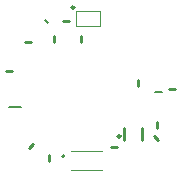
<source format=gto>
G04*
G04 #@! TF.GenerationSoftware,Altium Limited,Altium Designer,20.0.13 (296)*
G04*
G04 Layer_Color=65535*
%FSLAX25Y25*%
%MOIN*%
G70*
G01*
G75*
%ADD10C,0.00984*%
%ADD11C,0.00787*%
%ADD12C,0.01000*%
%ADD13C,0.00394*%
D10*
X25374Y57642D02*
G03*
X25374Y57642I-492J0D01*
G01*
X40748Y14638D02*
G03*
X40748Y14638I-492J0D01*
G01*
D11*
X21610Y8468D02*
G03*
X21610Y7681I0J-394D01*
G01*
D02*
G03*
X21610Y8468I0J394D01*
G01*
X3433Y24500D02*
X7567D01*
X15582Y53418D02*
X16418Y52582D01*
X52319Y29500D02*
X54681D01*
D12*
X52999Y17500D02*
Y19500D01*
X16999Y6500D02*
Y8500D01*
X9000Y46001D02*
X11000D01*
X46499Y31500D02*
Y33500D01*
X37500Y11001D02*
X39500D01*
X27499Y46000D02*
Y48000D01*
X10293Y10792D02*
X11708Y12207D01*
X51792Y14707D02*
X53207Y13292D01*
X57000Y30501D02*
X59000D01*
X2500Y36499D02*
X4500D01*
X42047Y13532D02*
Y17469D01*
X47953Y13532D02*
Y17469D01*
X18499Y46000D02*
Y48000D01*
X21500Y52999D02*
X23500D01*
D13*
X26000Y51500D02*
Y56421D01*
Y51500D02*
X33874D01*
X26000Y56500D02*
X33874D01*
X34000Y51579D02*
Y56500D01*
X24268Y3350D02*
X34701D01*
X24366Y9650D02*
X34602D01*
M02*

</source>
